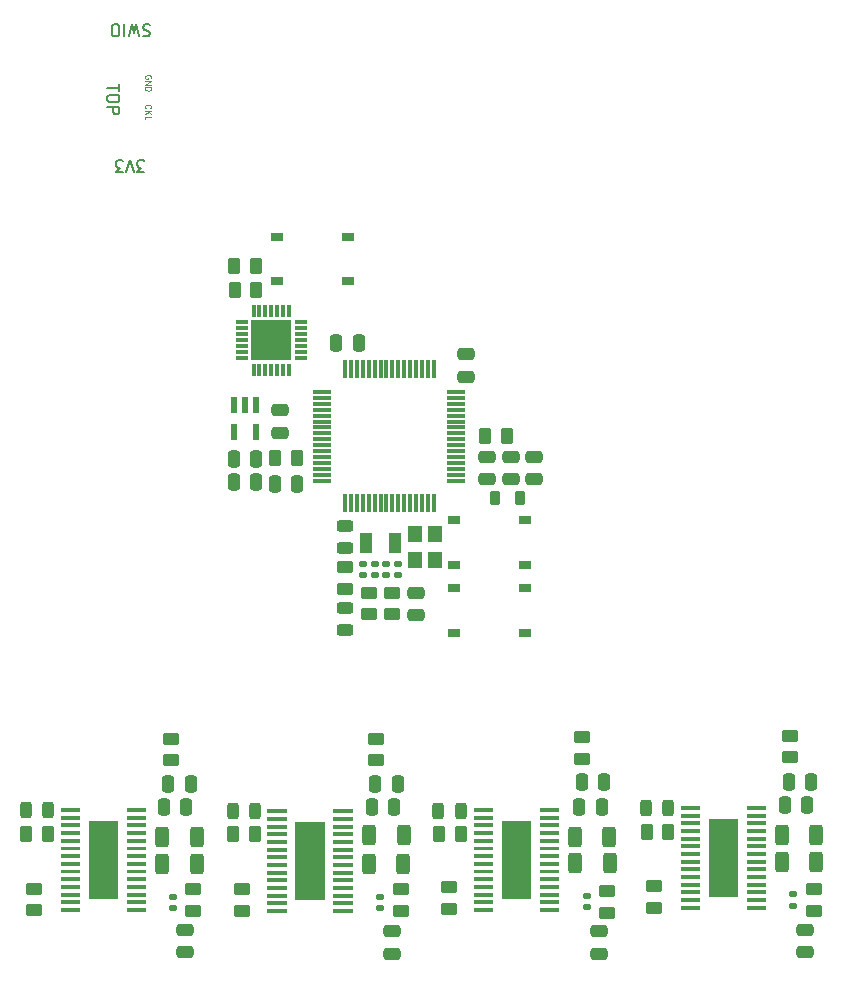
<source format=gbr>
%TF.GenerationSoftware,KiCad,Pcbnew,7.0.10*%
%TF.CreationDate,2024-01-19T17:56:23+01:00*%
%TF.ProjectId,Doodle Drive,446f6f64-6c65-4204-9472-6976652e6b69,1.0V*%
%TF.SameCoordinates,Original*%
%TF.FileFunction,Paste,Top*%
%TF.FilePolarity,Positive*%
%FSLAX46Y46*%
G04 Gerber Fmt 4.6, Leading zero omitted, Abs format (unit mm)*
G04 Created by KiCad (PCBNEW 7.0.10) date 2024-01-19 17:56:23*
%MOMM*%
%LPD*%
G01*
G04 APERTURE LIST*
G04 Aperture macros list*
%AMRoundRect*
0 Rectangle with rounded corners*
0 $1 Rounding radius*
0 $2 $3 $4 $5 $6 $7 $8 $9 X,Y pos of 4 corners*
0 Add a 4 corners polygon primitive as box body*
4,1,4,$2,$3,$4,$5,$6,$7,$8,$9,$2,$3,0*
0 Add four circle primitives for the rounded corners*
1,1,$1+$1,$2,$3*
1,1,$1+$1,$4,$5*
1,1,$1+$1,$6,$7*
1,1,$1+$1,$8,$9*
0 Add four rect primitives between the rounded corners*
20,1,$1+$1,$2,$3,$4,$5,0*
20,1,$1+$1,$4,$5,$6,$7,0*
20,1,$1+$1,$6,$7,$8,$9,0*
20,1,$1+$1,$8,$9,$2,$3,0*%
G04 Aperture macros list end*
%ADD10C,0.100000*%
%ADD11C,0.150000*%
%ADD12C,0.010000*%
%ADD13RoundRect,0.140000X-0.170000X0.140000X-0.170000X-0.140000X0.170000X-0.140000X0.170000X0.140000X0*%
%ADD14RoundRect,0.140000X0.170000X-0.140000X0.170000X0.140000X-0.170000X0.140000X-0.170000X-0.140000X0*%
%ADD15RoundRect,0.250000X-0.475000X0.250000X-0.475000X-0.250000X0.475000X-0.250000X0.475000X0.250000X0*%
%ADD16RoundRect,0.250000X0.475000X-0.250000X0.475000X0.250000X-0.475000X0.250000X-0.475000X-0.250000X0*%
%ADD17RoundRect,0.250000X-0.250000X-0.475000X0.250000X-0.475000X0.250000X0.475000X-0.250000X0.475000X0*%
%ADD18RoundRect,0.250000X0.250000X0.475000X-0.250000X0.475000X-0.250000X-0.475000X0.250000X-0.475000X0*%
%ADD19RoundRect,0.243750X0.243750X0.456250X-0.243750X0.456250X-0.243750X-0.456250X0.243750X-0.456250X0*%
%ADD20RoundRect,0.059000X0.236000X0.626000X-0.236000X0.626000X-0.236000X-0.626000X0.236000X-0.626000X0*%
%ADD21RoundRect,0.250000X0.450000X-0.262500X0.450000X0.262500X-0.450000X0.262500X-0.450000X-0.262500X0*%
%ADD22RoundRect,0.218750X0.218750X0.381250X-0.218750X0.381250X-0.218750X-0.381250X0.218750X-0.381250X0*%
%ADD23RoundRect,0.250000X0.312500X0.625000X-0.312500X0.625000X-0.312500X-0.625000X0.312500X-0.625000X0*%
%ADD24RoundRect,0.243750X-0.456250X0.243750X-0.456250X-0.243750X0.456250X-0.243750X0.456250X0.243750X0*%
%ADD25RoundRect,0.250000X-0.262500X-0.450000X0.262500X-0.450000X0.262500X0.450000X-0.262500X0.450000X0*%
%ADD26RoundRect,0.250000X-0.450000X0.262500X-0.450000X-0.262500X0.450000X-0.262500X0.450000X0.262500X0*%
%ADD27RoundRect,0.250000X0.262500X0.450000X-0.262500X0.450000X-0.262500X-0.450000X0.262500X-0.450000X0*%
%ADD28RoundRect,0.250000X-0.312500X-0.625000X0.312500X-0.625000X0.312500X0.625000X-0.312500X0.625000X0*%
%ADD29R,1.000000X1.800000*%
%ADD30R,1.000000X0.750000*%
%ADD31RoundRect,0.075000X0.700000X-0.075000X0.700000X0.075000X-0.700000X0.075000X-0.700000X-0.075000X0*%
%ADD32RoundRect,0.075000X0.075000X-0.700000X0.075000X0.700000X-0.075000X0.700000X-0.075000X-0.700000X0*%
%ADD33R,1.200000X1.400000*%
%ADD34R,3.400000X3.400000*%
%ADD35R,1.000000X0.300000*%
%ADD36R,0.300000X1.000000*%
G04 APERTURE END LIST*
D10*
X72114009Y-41720550D02*
X72090200Y-41696741D01*
X72090200Y-41696741D02*
X72066390Y-41625312D01*
X72066390Y-41625312D02*
X72066390Y-41577693D01*
X72066390Y-41577693D02*
X72090200Y-41506265D01*
X72090200Y-41506265D02*
X72137819Y-41458646D01*
X72137819Y-41458646D02*
X72185438Y-41434836D01*
X72185438Y-41434836D02*
X72280676Y-41411027D01*
X72280676Y-41411027D02*
X72352104Y-41411027D01*
X72352104Y-41411027D02*
X72447342Y-41434836D01*
X72447342Y-41434836D02*
X72494961Y-41458646D01*
X72494961Y-41458646D02*
X72542580Y-41506265D01*
X72542580Y-41506265D02*
X72566390Y-41577693D01*
X72566390Y-41577693D02*
X72566390Y-41625312D01*
X72566390Y-41625312D02*
X72542580Y-41696741D01*
X72542580Y-41696741D02*
X72518771Y-41720550D01*
X72066390Y-41934836D02*
X72566390Y-41934836D01*
X72066390Y-42220550D02*
X72352104Y-42006265D01*
X72566390Y-42220550D02*
X72280676Y-41934836D01*
X72066390Y-42672931D02*
X72066390Y-42434836D01*
X72066390Y-42434836D02*
X72566390Y-42434836D01*
X72542580Y-39196741D02*
X72566390Y-39149122D01*
X72566390Y-39149122D02*
X72566390Y-39077693D01*
X72566390Y-39077693D02*
X72542580Y-39006265D01*
X72542580Y-39006265D02*
X72494961Y-38958646D01*
X72494961Y-38958646D02*
X72447342Y-38934836D01*
X72447342Y-38934836D02*
X72352104Y-38911027D01*
X72352104Y-38911027D02*
X72280676Y-38911027D01*
X72280676Y-38911027D02*
X72185438Y-38934836D01*
X72185438Y-38934836D02*
X72137819Y-38958646D01*
X72137819Y-38958646D02*
X72090200Y-39006265D01*
X72090200Y-39006265D02*
X72066390Y-39077693D01*
X72066390Y-39077693D02*
X72066390Y-39125312D01*
X72066390Y-39125312D02*
X72090200Y-39196741D01*
X72090200Y-39196741D02*
X72114009Y-39220550D01*
X72114009Y-39220550D02*
X72280676Y-39220550D01*
X72280676Y-39220550D02*
X72280676Y-39125312D01*
X72066390Y-39434836D02*
X72566390Y-39434836D01*
X72566390Y-39434836D02*
X72066390Y-39720550D01*
X72066390Y-39720550D02*
X72566390Y-39720550D01*
X72066390Y-39958646D02*
X72566390Y-39958646D01*
X72566390Y-39958646D02*
X72566390Y-40077694D01*
X72566390Y-40077694D02*
X72542580Y-40149122D01*
X72542580Y-40149122D02*
X72494961Y-40196741D01*
X72494961Y-40196741D02*
X72447342Y-40220551D01*
X72447342Y-40220551D02*
X72352104Y-40244360D01*
X72352104Y-40244360D02*
X72280676Y-40244360D01*
X72280676Y-40244360D02*
X72185438Y-40220551D01*
X72185438Y-40220551D02*
X72137819Y-40196741D01*
X72137819Y-40196741D02*
X72090200Y-40149122D01*
X72090200Y-40149122D02*
X72066390Y-40077694D01*
X72066390Y-40077694D02*
X72066390Y-39958646D01*
D11*
X72008458Y-47130180D02*
X71389411Y-47130180D01*
X71389411Y-47130180D02*
X71722744Y-46749228D01*
X71722744Y-46749228D02*
X71579887Y-46749228D01*
X71579887Y-46749228D02*
X71484649Y-46701609D01*
X71484649Y-46701609D02*
X71437030Y-46653990D01*
X71437030Y-46653990D02*
X71389411Y-46558752D01*
X71389411Y-46558752D02*
X71389411Y-46320657D01*
X71389411Y-46320657D02*
X71437030Y-46225419D01*
X71437030Y-46225419D02*
X71484649Y-46177800D01*
X71484649Y-46177800D02*
X71579887Y-46130180D01*
X71579887Y-46130180D02*
X71865601Y-46130180D01*
X71865601Y-46130180D02*
X71960839Y-46177800D01*
X71960839Y-46177800D02*
X72008458Y-46225419D01*
X71103696Y-47130180D02*
X70770363Y-46130180D01*
X70770363Y-46130180D02*
X70437030Y-47130180D01*
X70198934Y-47130180D02*
X69579887Y-47130180D01*
X69579887Y-47130180D02*
X69913220Y-46749228D01*
X69913220Y-46749228D02*
X69770363Y-46749228D01*
X69770363Y-46749228D02*
X69675125Y-46701609D01*
X69675125Y-46701609D02*
X69627506Y-46653990D01*
X69627506Y-46653990D02*
X69579887Y-46558752D01*
X69579887Y-46558752D02*
X69579887Y-46320657D01*
X69579887Y-46320657D02*
X69627506Y-46225419D01*
X69627506Y-46225419D02*
X69675125Y-46177800D01*
X69675125Y-46177800D02*
X69770363Y-46130180D01*
X69770363Y-46130180D02*
X70056077Y-46130180D01*
X70056077Y-46130180D02*
X70151315Y-46177800D01*
X70151315Y-46177800D02*
X70198934Y-46225419D01*
X72460839Y-34677800D02*
X72317982Y-34630180D01*
X72317982Y-34630180D02*
X72079887Y-34630180D01*
X72079887Y-34630180D02*
X71984649Y-34677800D01*
X71984649Y-34677800D02*
X71937030Y-34725419D01*
X71937030Y-34725419D02*
X71889411Y-34820657D01*
X71889411Y-34820657D02*
X71889411Y-34915895D01*
X71889411Y-34915895D02*
X71937030Y-35011133D01*
X71937030Y-35011133D02*
X71984649Y-35058752D01*
X71984649Y-35058752D02*
X72079887Y-35106371D01*
X72079887Y-35106371D02*
X72270363Y-35153990D01*
X72270363Y-35153990D02*
X72365601Y-35201609D01*
X72365601Y-35201609D02*
X72413220Y-35249228D01*
X72413220Y-35249228D02*
X72460839Y-35344466D01*
X72460839Y-35344466D02*
X72460839Y-35439704D01*
X72460839Y-35439704D02*
X72413220Y-35534942D01*
X72413220Y-35534942D02*
X72365601Y-35582561D01*
X72365601Y-35582561D02*
X72270363Y-35630180D01*
X72270363Y-35630180D02*
X72032268Y-35630180D01*
X72032268Y-35630180D02*
X71889411Y-35582561D01*
X71556077Y-35630180D02*
X71317982Y-34630180D01*
X71317982Y-34630180D02*
X71127506Y-35344466D01*
X71127506Y-35344466D02*
X70937030Y-34630180D01*
X70937030Y-34630180D02*
X70698935Y-35630180D01*
X70317982Y-34630180D02*
X70317982Y-35630180D01*
X69651316Y-35630180D02*
X69460840Y-35630180D01*
X69460840Y-35630180D02*
X69365602Y-35582561D01*
X69365602Y-35582561D02*
X69270364Y-35487323D01*
X69270364Y-35487323D02*
X69222745Y-35296847D01*
X69222745Y-35296847D02*
X69222745Y-34963514D01*
X69222745Y-34963514D02*
X69270364Y-34773038D01*
X69270364Y-34773038D02*
X69365602Y-34677800D01*
X69365602Y-34677800D02*
X69460840Y-34630180D01*
X69460840Y-34630180D02*
X69651316Y-34630180D01*
X69651316Y-34630180D02*
X69746554Y-34677800D01*
X69746554Y-34677800D02*
X69841792Y-34773038D01*
X69841792Y-34773038D02*
X69889411Y-34963514D01*
X69889411Y-34963514D02*
X69889411Y-35296847D01*
X69889411Y-35296847D02*
X69841792Y-35487323D01*
X69841792Y-35487323D02*
X69746554Y-35582561D01*
X69746554Y-35582561D02*
X69651316Y-35630180D01*
X69870180Y-39703922D02*
X69870180Y-40275350D01*
X68870180Y-39989636D02*
X69870180Y-39989636D01*
X69870180Y-40799160D02*
X69870180Y-40989636D01*
X69870180Y-40989636D02*
X69822561Y-41084874D01*
X69822561Y-41084874D02*
X69727323Y-41180112D01*
X69727323Y-41180112D02*
X69536847Y-41227731D01*
X69536847Y-41227731D02*
X69203514Y-41227731D01*
X69203514Y-41227731D02*
X69013038Y-41180112D01*
X69013038Y-41180112D02*
X68917800Y-41084874D01*
X68917800Y-41084874D02*
X68870180Y-40989636D01*
X68870180Y-40989636D02*
X68870180Y-40799160D01*
X68870180Y-40799160D02*
X68917800Y-40703922D01*
X68917800Y-40703922D02*
X69013038Y-40608684D01*
X69013038Y-40608684D02*
X69203514Y-40561065D01*
X69203514Y-40561065D02*
X69536847Y-40561065D01*
X69536847Y-40561065D02*
X69727323Y-40608684D01*
X69727323Y-40608684D02*
X69822561Y-40703922D01*
X69822561Y-40703922D02*
X69870180Y-40799160D01*
X68870180Y-41656303D02*
X69870180Y-41656303D01*
X69870180Y-41656303D02*
X69870180Y-42037255D01*
X69870180Y-42037255D02*
X69822561Y-42132493D01*
X69822561Y-42132493D02*
X69774942Y-42180112D01*
X69774942Y-42180112D02*
X69679704Y-42227731D01*
X69679704Y-42227731D02*
X69536847Y-42227731D01*
X69536847Y-42227731D02*
X69441609Y-42180112D01*
X69441609Y-42180112D02*
X69393990Y-42132493D01*
X69393990Y-42132493D02*
X69346371Y-42037255D01*
X69346371Y-42037255D02*
X69346371Y-41656303D01*
%TO.C,U2*%
D12*
X118962500Y-101050000D02*
X117412500Y-101050000D01*
X117412500Y-100800000D01*
X118962500Y-100800000D01*
X118962500Y-101050000D01*
G36*
X118962500Y-101050000D02*
G01*
X117412500Y-101050000D01*
X117412500Y-100800000D01*
X118962500Y-100800000D01*
X118962500Y-101050000D01*
G37*
X118962500Y-101700000D02*
X117412500Y-101700000D01*
X117412500Y-101450000D01*
X118962500Y-101450000D01*
X118962500Y-101700000D01*
G36*
X118962500Y-101700000D02*
G01*
X117412500Y-101700000D01*
X117412500Y-101450000D01*
X118962500Y-101450000D01*
X118962500Y-101700000D01*
G37*
X118962500Y-102350000D02*
X117412500Y-102350000D01*
X117412500Y-102100000D01*
X118962500Y-102100000D01*
X118962500Y-102350000D01*
G36*
X118962500Y-102350000D02*
G01*
X117412500Y-102350000D01*
X117412500Y-102100000D01*
X118962500Y-102100000D01*
X118962500Y-102350000D01*
G37*
X118962500Y-103000000D02*
X117412500Y-103000000D01*
X117412500Y-102750000D01*
X118962500Y-102750000D01*
X118962500Y-103000000D01*
G36*
X118962500Y-103000000D02*
G01*
X117412500Y-103000000D01*
X117412500Y-102750000D01*
X118962500Y-102750000D01*
X118962500Y-103000000D01*
G37*
X118962500Y-103650000D02*
X117412500Y-103650000D01*
X117412500Y-103400000D01*
X118962500Y-103400000D01*
X118962500Y-103650000D01*
G36*
X118962500Y-103650000D02*
G01*
X117412500Y-103650000D01*
X117412500Y-103400000D01*
X118962500Y-103400000D01*
X118962500Y-103650000D01*
G37*
X118962500Y-104300000D02*
X117412500Y-104300000D01*
X117412500Y-104050000D01*
X118962500Y-104050000D01*
X118962500Y-104300000D01*
G36*
X118962500Y-104300000D02*
G01*
X117412500Y-104300000D01*
X117412500Y-104050000D01*
X118962500Y-104050000D01*
X118962500Y-104300000D01*
G37*
X118962500Y-104950000D02*
X117412500Y-104950000D01*
X117412500Y-104700000D01*
X118962500Y-104700000D01*
X118962500Y-104950000D01*
G36*
X118962500Y-104950000D02*
G01*
X117412500Y-104950000D01*
X117412500Y-104700000D01*
X118962500Y-104700000D01*
X118962500Y-104950000D01*
G37*
X118962500Y-105600000D02*
X117412500Y-105600000D01*
X117412500Y-105350000D01*
X118962500Y-105350000D01*
X118962500Y-105600000D01*
G36*
X118962500Y-105600000D02*
G01*
X117412500Y-105600000D01*
X117412500Y-105350000D01*
X118962500Y-105350000D01*
X118962500Y-105600000D01*
G37*
X118962500Y-106250000D02*
X117412500Y-106250000D01*
X117412500Y-106000000D01*
X118962500Y-106000000D01*
X118962500Y-106250000D01*
G36*
X118962500Y-106250000D02*
G01*
X117412500Y-106250000D01*
X117412500Y-106000000D01*
X118962500Y-106000000D01*
X118962500Y-106250000D01*
G37*
X118962500Y-106900000D02*
X117412500Y-106900000D01*
X117412500Y-106650000D01*
X118962500Y-106650000D01*
X118962500Y-106900000D01*
G36*
X118962500Y-106900000D02*
G01*
X117412500Y-106900000D01*
X117412500Y-106650000D01*
X118962500Y-106650000D01*
X118962500Y-106900000D01*
G37*
X118962500Y-107550000D02*
X117412500Y-107550000D01*
X117412500Y-107300000D01*
X118962500Y-107300000D01*
X118962500Y-107550000D01*
G36*
X118962500Y-107550000D02*
G01*
X117412500Y-107550000D01*
X117412500Y-107300000D01*
X118962500Y-107300000D01*
X118962500Y-107550000D01*
G37*
X118962500Y-108200000D02*
X117412500Y-108200000D01*
X117412500Y-107950000D01*
X118962500Y-107950000D01*
X118962500Y-108200000D01*
G36*
X118962500Y-108200000D02*
G01*
X117412500Y-108200000D01*
X117412500Y-107950000D01*
X118962500Y-107950000D01*
X118962500Y-108200000D01*
G37*
X118962500Y-108850000D02*
X117412500Y-108850000D01*
X117412500Y-108600000D01*
X118962500Y-108600000D01*
X118962500Y-108850000D01*
G36*
X118962500Y-108850000D02*
G01*
X117412500Y-108850000D01*
X117412500Y-108600000D01*
X118962500Y-108600000D01*
X118962500Y-108850000D01*
G37*
X118962500Y-109500000D02*
X117412500Y-109500000D01*
X117412500Y-109250000D01*
X118962500Y-109250000D01*
X118962500Y-109500000D01*
G36*
X118962500Y-109500000D02*
G01*
X117412500Y-109500000D01*
X117412500Y-109250000D01*
X118962500Y-109250000D01*
X118962500Y-109500000D01*
G37*
X122187500Y-108380000D02*
X119787500Y-108380000D01*
X119787500Y-101920000D01*
X122187500Y-101920000D01*
X122187500Y-108380000D01*
G36*
X122187500Y-108380000D02*
G01*
X119787500Y-108380000D01*
X119787500Y-101920000D01*
X122187500Y-101920000D01*
X122187500Y-108380000D01*
G37*
X124562500Y-101050000D02*
X123012500Y-101050000D01*
X123012500Y-100800000D01*
X124562500Y-100800000D01*
X124562500Y-101050000D01*
G36*
X124562500Y-101050000D02*
G01*
X123012500Y-101050000D01*
X123012500Y-100800000D01*
X124562500Y-100800000D01*
X124562500Y-101050000D01*
G37*
X124562500Y-101700000D02*
X123012500Y-101700000D01*
X123012500Y-101450000D01*
X124562500Y-101450000D01*
X124562500Y-101700000D01*
G36*
X124562500Y-101700000D02*
G01*
X123012500Y-101700000D01*
X123012500Y-101450000D01*
X124562500Y-101450000D01*
X124562500Y-101700000D01*
G37*
X124562500Y-102350000D02*
X123012500Y-102350000D01*
X123012500Y-102100000D01*
X124562500Y-102100000D01*
X124562500Y-102350000D01*
G36*
X124562500Y-102350000D02*
G01*
X123012500Y-102350000D01*
X123012500Y-102100000D01*
X124562500Y-102100000D01*
X124562500Y-102350000D01*
G37*
X124562500Y-103000000D02*
X123012500Y-103000000D01*
X123012500Y-102750000D01*
X124562500Y-102750000D01*
X124562500Y-103000000D01*
G36*
X124562500Y-103000000D02*
G01*
X123012500Y-103000000D01*
X123012500Y-102750000D01*
X124562500Y-102750000D01*
X124562500Y-103000000D01*
G37*
X124562500Y-103650000D02*
X123012500Y-103650000D01*
X123012500Y-103400000D01*
X124562500Y-103400000D01*
X124562500Y-103650000D01*
G36*
X124562500Y-103650000D02*
G01*
X123012500Y-103650000D01*
X123012500Y-103400000D01*
X124562500Y-103400000D01*
X124562500Y-103650000D01*
G37*
X124562500Y-104300000D02*
X123012500Y-104300000D01*
X123012500Y-104050000D01*
X124562500Y-104050000D01*
X124562500Y-104300000D01*
G36*
X124562500Y-104300000D02*
G01*
X123012500Y-104300000D01*
X123012500Y-104050000D01*
X124562500Y-104050000D01*
X124562500Y-104300000D01*
G37*
X124562500Y-104950000D02*
X123012500Y-104950000D01*
X123012500Y-104700000D01*
X124562500Y-104700000D01*
X124562500Y-104950000D01*
G36*
X124562500Y-104950000D02*
G01*
X123012500Y-104950000D01*
X123012500Y-104700000D01*
X124562500Y-104700000D01*
X124562500Y-104950000D01*
G37*
X124562500Y-105600000D02*
X123012500Y-105600000D01*
X123012500Y-105350000D01*
X124562500Y-105350000D01*
X124562500Y-105600000D01*
G36*
X124562500Y-105600000D02*
G01*
X123012500Y-105600000D01*
X123012500Y-105350000D01*
X124562500Y-105350000D01*
X124562500Y-105600000D01*
G37*
X124562500Y-106250000D02*
X123012500Y-106250000D01*
X123012500Y-106000000D01*
X124562500Y-106000000D01*
X124562500Y-106250000D01*
G36*
X124562500Y-106250000D02*
G01*
X123012500Y-106250000D01*
X123012500Y-106000000D01*
X124562500Y-106000000D01*
X124562500Y-106250000D01*
G37*
X124562500Y-106900000D02*
X123012500Y-106900000D01*
X123012500Y-106650000D01*
X124562500Y-106650000D01*
X124562500Y-106900000D01*
G36*
X124562500Y-106900000D02*
G01*
X123012500Y-106900000D01*
X123012500Y-106650000D01*
X124562500Y-106650000D01*
X124562500Y-106900000D01*
G37*
X124562500Y-107550000D02*
X123012500Y-107550000D01*
X123012500Y-107300000D01*
X124562500Y-107300000D01*
X124562500Y-107550000D01*
G36*
X124562500Y-107550000D02*
G01*
X123012500Y-107550000D01*
X123012500Y-107300000D01*
X124562500Y-107300000D01*
X124562500Y-107550000D01*
G37*
X124562500Y-108200000D02*
X123012500Y-108200000D01*
X123012500Y-107950000D01*
X124562500Y-107950000D01*
X124562500Y-108200000D01*
G36*
X124562500Y-108200000D02*
G01*
X123012500Y-108200000D01*
X123012500Y-107950000D01*
X124562500Y-107950000D01*
X124562500Y-108200000D01*
G37*
X124562500Y-108850000D02*
X123012500Y-108850000D01*
X123012500Y-108600000D01*
X124562500Y-108600000D01*
X124562500Y-108850000D01*
G36*
X124562500Y-108850000D02*
G01*
X123012500Y-108850000D01*
X123012500Y-108600000D01*
X124562500Y-108600000D01*
X124562500Y-108850000D01*
G37*
X124562500Y-109500000D02*
X123012500Y-109500000D01*
X123012500Y-109250000D01*
X124562500Y-109250000D01*
X124562500Y-109500000D01*
G36*
X124562500Y-109500000D02*
G01*
X123012500Y-109500000D01*
X123012500Y-109250000D01*
X124562500Y-109250000D01*
X124562500Y-109500000D01*
G37*
%TO.C,U3*%
X101442500Y-101230000D02*
X99892500Y-101230000D01*
X99892500Y-100980000D01*
X101442500Y-100980000D01*
X101442500Y-101230000D01*
G36*
X101442500Y-101230000D02*
G01*
X99892500Y-101230000D01*
X99892500Y-100980000D01*
X101442500Y-100980000D01*
X101442500Y-101230000D01*
G37*
X101442500Y-101880000D02*
X99892500Y-101880000D01*
X99892500Y-101630000D01*
X101442500Y-101630000D01*
X101442500Y-101880000D01*
G36*
X101442500Y-101880000D02*
G01*
X99892500Y-101880000D01*
X99892500Y-101630000D01*
X101442500Y-101630000D01*
X101442500Y-101880000D01*
G37*
X101442500Y-102530000D02*
X99892500Y-102530000D01*
X99892500Y-102280000D01*
X101442500Y-102280000D01*
X101442500Y-102530000D01*
G36*
X101442500Y-102530000D02*
G01*
X99892500Y-102530000D01*
X99892500Y-102280000D01*
X101442500Y-102280000D01*
X101442500Y-102530000D01*
G37*
X101442500Y-103180000D02*
X99892500Y-103180000D01*
X99892500Y-102930000D01*
X101442500Y-102930000D01*
X101442500Y-103180000D01*
G36*
X101442500Y-103180000D02*
G01*
X99892500Y-103180000D01*
X99892500Y-102930000D01*
X101442500Y-102930000D01*
X101442500Y-103180000D01*
G37*
X101442500Y-103830000D02*
X99892500Y-103830000D01*
X99892500Y-103580000D01*
X101442500Y-103580000D01*
X101442500Y-103830000D01*
G36*
X101442500Y-103830000D02*
G01*
X99892500Y-103830000D01*
X99892500Y-103580000D01*
X101442500Y-103580000D01*
X101442500Y-103830000D01*
G37*
X101442500Y-104480000D02*
X99892500Y-104480000D01*
X99892500Y-104230000D01*
X101442500Y-104230000D01*
X101442500Y-104480000D01*
G36*
X101442500Y-104480000D02*
G01*
X99892500Y-104480000D01*
X99892500Y-104230000D01*
X101442500Y-104230000D01*
X101442500Y-104480000D01*
G37*
X101442500Y-105130000D02*
X99892500Y-105130000D01*
X99892500Y-104880000D01*
X101442500Y-104880000D01*
X101442500Y-105130000D01*
G36*
X101442500Y-105130000D02*
G01*
X99892500Y-105130000D01*
X99892500Y-104880000D01*
X101442500Y-104880000D01*
X101442500Y-105130000D01*
G37*
X101442500Y-105780000D02*
X99892500Y-105780000D01*
X99892500Y-105530000D01*
X101442500Y-105530000D01*
X101442500Y-105780000D01*
G36*
X101442500Y-105780000D02*
G01*
X99892500Y-105780000D01*
X99892500Y-105530000D01*
X101442500Y-105530000D01*
X101442500Y-105780000D01*
G37*
X101442500Y-106430000D02*
X99892500Y-106430000D01*
X99892500Y-106180000D01*
X101442500Y-106180000D01*
X101442500Y-106430000D01*
G36*
X101442500Y-106430000D02*
G01*
X99892500Y-106430000D01*
X99892500Y-106180000D01*
X101442500Y-106180000D01*
X101442500Y-106430000D01*
G37*
X101442500Y-107080000D02*
X99892500Y-107080000D01*
X99892500Y-106830000D01*
X101442500Y-106830000D01*
X101442500Y-107080000D01*
G36*
X101442500Y-107080000D02*
G01*
X99892500Y-107080000D01*
X99892500Y-106830000D01*
X101442500Y-106830000D01*
X101442500Y-107080000D01*
G37*
X101442500Y-107730000D02*
X99892500Y-107730000D01*
X99892500Y-107480000D01*
X101442500Y-107480000D01*
X101442500Y-107730000D01*
G36*
X101442500Y-107730000D02*
G01*
X99892500Y-107730000D01*
X99892500Y-107480000D01*
X101442500Y-107480000D01*
X101442500Y-107730000D01*
G37*
X101442500Y-108380000D02*
X99892500Y-108380000D01*
X99892500Y-108130000D01*
X101442500Y-108130000D01*
X101442500Y-108380000D01*
G36*
X101442500Y-108380000D02*
G01*
X99892500Y-108380000D01*
X99892500Y-108130000D01*
X101442500Y-108130000D01*
X101442500Y-108380000D01*
G37*
X101442500Y-109030000D02*
X99892500Y-109030000D01*
X99892500Y-108780000D01*
X101442500Y-108780000D01*
X101442500Y-109030000D01*
G36*
X101442500Y-109030000D02*
G01*
X99892500Y-109030000D01*
X99892500Y-108780000D01*
X101442500Y-108780000D01*
X101442500Y-109030000D01*
G37*
X101442500Y-109680000D02*
X99892500Y-109680000D01*
X99892500Y-109430000D01*
X101442500Y-109430000D01*
X101442500Y-109680000D01*
G36*
X101442500Y-109680000D02*
G01*
X99892500Y-109680000D01*
X99892500Y-109430000D01*
X101442500Y-109430000D01*
X101442500Y-109680000D01*
G37*
X104667500Y-108560000D02*
X102267500Y-108560000D01*
X102267500Y-102100000D01*
X104667500Y-102100000D01*
X104667500Y-108560000D01*
G36*
X104667500Y-108560000D02*
G01*
X102267500Y-108560000D01*
X102267500Y-102100000D01*
X104667500Y-102100000D01*
X104667500Y-108560000D01*
G37*
X107042500Y-101230000D02*
X105492500Y-101230000D01*
X105492500Y-100980000D01*
X107042500Y-100980000D01*
X107042500Y-101230000D01*
G36*
X107042500Y-101230000D02*
G01*
X105492500Y-101230000D01*
X105492500Y-100980000D01*
X107042500Y-100980000D01*
X107042500Y-101230000D01*
G37*
X107042500Y-101880000D02*
X105492500Y-101880000D01*
X105492500Y-101630000D01*
X107042500Y-101630000D01*
X107042500Y-101880000D01*
G36*
X107042500Y-101880000D02*
G01*
X105492500Y-101880000D01*
X105492500Y-101630000D01*
X107042500Y-101630000D01*
X107042500Y-101880000D01*
G37*
X107042500Y-102530000D02*
X105492500Y-102530000D01*
X105492500Y-102280000D01*
X107042500Y-102280000D01*
X107042500Y-102530000D01*
G36*
X107042500Y-102530000D02*
G01*
X105492500Y-102530000D01*
X105492500Y-102280000D01*
X107042500Y-102280000D01*
X107042500Y-102530000D01*
G37*
X107042500Y-103180000D02*
X105492500Y-103180000D01*
X105492500Y-102930000D01*
X107042500Y-102930000D01*
X107042500Y-103180000D01*
G36*
X107042500Y-103180000D02*
G01*
X105492500Y-103180000D01*
X105492500Y-102930000D01*
X107042500Y-102930000D01*
X107042500Y-103180000D01*
G37*
X107042500Y-103830000D02*
X105492500Y-103830000D01*
X105492500Y-103580000D01*
X107042500Y-103580000D01*
X107042500Y-103830000D01*
G36*
X107042500Y-103830000D02*
G01*
X105492500Y-103830000D01*
X105492500Y-103580000D01*
X107042500Y-103580000D01*
X107042500Y-103830000D01*
G37*
X107042500Y-104480000D02*
X105492500Y-104480000D01*
X105492500Y-104230000D01*
X107042500Y-104230000D01*
X107042500Y-104480000D01*
G36*
X107042500Y-104480000D02*
G01*
X105492500Y-104480000D01*
X105492500Y-104230000D01*
X107042500Y-104230000D01*
X107042500Y-104480000D01*
G37*
X107042500Y-105130000D02*
X105492500Y-105130000D01*
X105492500Y-104880000D01*
X107042500Y-104880000D01*
X107042500Y-105130000D01*
G36*
X107042500Y-105130000D02*
G01*
X105492500Y-105130000D01*
X105492500Y-104880000D01*
X107042500Y-104880000D01*
X107042500Y-105130000D01*
G37*
X107042500Y-105780000D02*
X105492500Y-105780000D01*
X105492500Y-105530000D01*
X107042500Y-105530000D01*
X107042500Y-105780000D01*
G36*
X107042500Y-105780000D02*
G01*
X105492500Y-105780000D01*
X105492500Y-105530000D01*
X107042500Y-105530000D01*
X107042500Y-105780000D01*
G37*
X107042500Y-106430000D02*
X105492500Y-106430000D01*
X105492500Y-106180000D01*
X107042500Y-106180000D01*
X107042500Y-106430000D01*
G36*
X107042500Y-106430000D02*
G01*
X105492500Y-106430000D01*
X105492500Y-106180000D01*
X107042500Y-106180000D01*
X107042500Y-106430000D01*
G37*
X107042500Y-107080000D02*
X105492500Y-107080000D01*
X105492500Y-106830000D01*
X107042500Y-106830000D01*
X107042500Y-107080000D01*
G36*
X107042500Y-107080000D02*
G01*
X105492500Y-107080000D01*
X105492500Y-106830000D01*
X107042500Y-106830000D01*
X107042500Y-107080000D01*
G37*
X107042500Y-107730000D02*
X105492500Y-107730000D01*
X105492500Y-107480000D01*
X107042500Y-107480000D01*
X107042500Y-107730000D01*
G36*
X107042500Y-107730000D02*
G01*
X105492500Y-107730000D01*
X105492500Y-107480000D01*
X107042500Y-107480000D01*
X107042500Y-107730000D01*
G37*
X107042500Y-108380000D02*
X105492500Y-108380000D01*
X105492500Y-108130000D01*
X107042500Y-108130000D01*
X107042500Y-108380000D01*
G36*
X107042500Y-108380000D02*
G01*
X105492500Y-108380000D01*
X105492500Y-108130000D01*
X107042500Y-108130000D01*
X107042500Y-108380000D01*
G37*
X107042500Y-109030000D02*
X105492500Y-109030000D01*
X105492500Y-108780000D01*
X107042500Y-108780000D01*
X107042500Y-109030000D01*
G36*
X107042500Y-109030000D02*
G01*
X105492500Y-109030000D01*
X105492500Y-108780000D01*
X107042500Y-108780000D01*
X107042500Y-109030000D01*
G37*
X107042500Y-109680000D02*
X105492500Y-109680000D01*
X105492500Y-109430000D01*
X107042500Y-109430000D01*
X107042500Y-109680000D01*
G36*
X107042500Y-109680000D02*
G01*
X105492500Y-109680000D01*
X105492500Y-109430000D01*
X107042500Y-109430000D01*
X107042500Y-109680000D01*
G37*
%TO.C,U5*%
X66465000Y-101230000D02*
X64915000Y-101230000D01*
X64915000Y-100980000D01*
X66465000Y-100980000D01*
X66465000Y-101230000D01*
G36*
X66465000Y-101230000D02*
G01*
X64915000Y-101230000D01*
X64915000Y-100980000D01*
X66465000Y-100980000D01*
X66465000Y-101230000D01*
G37*
X66465000Y-101880000D02*
X64915000Y-101880000D01*
X64915000Y-101630000D01*
X66465000Y-101630000D01*
X66465000Y-101880000D01*
G36*
X66465000Y-101880000D02*
G01*
X64915000Y-101880000D01*
X64915000Y-101630000D01*
X66465000Y-101630000D01*
X66465000Y-101880000D01*
G37*
X66465000Y-102530000D02*
X64915000Y-102530000D01*
X64915000Y-102280000D01*
X66465000Y-102280000D01*
X66465000Y-102530000D01*
G36*
X66465000Y-102530000D02*
G01*
X64915000Y-102530000D01*
X64915000Y-102280000D01*
X66465000Y-102280000D01*
X66465000Y-102530000D01*
G37*
X66465000Y-103180000D02*
X64915000Y-103180000D01*
X64915000Y-102930000D01*
X66465000Y-102930000D01*
X66465000Y-103180000D01*
G36*
X66465000Y-103180000D02*
G01*
X64915000Y-103180000D01*
X64915000Y-102930000D01*
X66465000Y-102930000D01*
X66465000Y-103180000D01*
G37*
X66465000Y-103830000D02*
X64915000Y-103830000D01*
X64915000Y-103580000D01*
X66465000Y-103580000D01*
X66465000Y-103830000D01*
G36*
X66465000Y-103830000D02*
G01*
X64915000Y-103830000D01*
X64915000Y-103580000D01*
X66465000Y-103580000D01*
X66465000Y-103830000D01*
G37*
X66465000Y-104480000D02*
X64915000Y-104480000D01*
X64915000Y-104230000D01*
X66465000Y-104230000D01*
X66465000Y-104480000D01*
G36*
X66465000Y-104480000D02*
G01*
X64915000Y-104480000D01*
X64915000Y-104230000D01*
X66465000Y-104230000D01*
X66465000Y-104480000D01*
G37*
X66465000Y-105130000D02*
X64915000Y-105130000D01*
X64915000Y-104880000D01*
X66465000Y-104880000D01*
X66465000Y-105130000D01*
G36*
X66465000Y-105130000D02*
G01*
X64915000Y-105130000D01*
X64915000Y-104880000D01*
X66465000Y-104880000D01*
X66465000Y-105130000D01*
G37*
X66465000Y-105780000D02*
X64915000Y-105780000D01*
X64915000Y-105530000D01*
X66465000Y-105530000D01*
X66465000Y-105780000D01*
G36*
X66465000Y-105780000D02*
G01*
X64915000Y-105780000D01*
X64915000Y-105530000D01*
X66465000Y-105530000D01*
X66465000Y-105780000D01*
G37*
X66465000Y-106430000D02*
X64915000Y-106430000D01*
X64915000Y-106180000D01*
X66465000Y-106180000D01*
X66465000Y-106430000D01*
G36*
X66465000Y-106430000D02*
G01*
X64915000Y-106430000D01*
X64915000Y-106180000D01*
X66465000Y-106180000D01*
X66465000Y-106430000D01*
G37*
X66465000Y-107080000D02*
X64915000Y-107080000D01*
X64915000Y-106830000D01*
X66465000Y-106830000D01*
X66465000Y-107080000D01*
G36*
X66465000Y-107080000D02*
G01*
X64915000Y-107080000D01*
X64915000Y-106830000D01*
X66465000Y-106830000D01*
X66465000Y-107080000D01*
G37*
X66465000Y-107730000D02*
X64915000Y-107730000D01*
X64915000Y-107480000D01*
X66465000Y-107480000D01*
X66465000Y-107730000D01*
G36*
X66465000Y-107730000D02*
G01*
X64915000Y-107730000D01*
X64915000Y-107480000D01*
X66465000Y-107480000D01*
X66465000Y-107730000D01*
G37*
X66465000Y-108380000D02*
X64915000Y-108380000D01*
X64915000Y-108130000D01*
X66465000Y-108130000D01*
X66465000Y-108380000D01*
G36*
X66465000Y-108380000D02*
G01*
X64915000Y-108380000D01*
X64915000Y-108130000D01*
X66465000Y-108130000D01*
X66465000Y-108380000D01*
G37*
X66465000Y-109030000D02*
X64915000Y-109030000D01*
X64915000Y-108780000D01*
X66465000Y-108780000D01*
X66465000Y-109030000D01*
G36*
X66465000Y-109030000D02*
G01*
X64915000Y-109030000D01*
X64915000Y-108780000D01*
X66465000Y-108780000D01*
X66465000Y-109030000D01*
G37*
X66465000Y-109680000D02*
X64915000Y-109680000D01*
X64915000Y-109430000D01*
X66465000Y-109430000D01*
X66465000Y-109680000D01*
G36*
X66465000Y-109680000D02*
G01*
X64915000Y-109680000D01*
X64915000Y-109430000D01*
X66465000Y-109430000D01*
X66465000Y-109680000D01*
G37*
X69690000Y-108560000D02*
X67290000Y-108560000D01*
X67290000Y-102100000D01*
X69690000Y-102100000D01*
X69690000Y-108560000D01*
G36*
X69690000Y-108560000D02*
G01*
X67290000Y-108560000D01*
X67290000Y-102100000D01*
X69690000Y-102100000D01*
X69690000Y-108560000D01*
G37*
X72065000Y-101230000D02*
X70515000Y-101230000D01*
X70515000Y-100980000D01*
X72065000Y-100980000D01*
X72065000Y-101230000D01*
G36*
X72065000Y-101230000D02*
G01*
X70515000Y-101230000D01*
X70515000Y-100980000D01*
X72065000Y-100980000D01*
X72065000Y-101230000D01*
G37*
X72065000Y-101880000D02*
X70515000Y-101880000D01*
X70515000Y-101630000D01*
X72065000Y-101630000D01*
X72065000Y-101880000D01*
G36*
X72065000Y-101880000D02*
G01*
X70515000Y-101880000D01*
X70515000Y-101630000D01*
X72065000Y-101630000D01*
X72065000Y-101880000D01*
G37*
X72065000Y-102530000D02*
X70515000Y-102530000D01*
X70515000Y-102280000D01*
X72065000Y-102280000D01*
X72065000Y-102530000D01*
G36*
X72065000Y-102530000D02*
G01*
X70515000Y-102530000D01*
X70515000Y-102280000D01*
X72065000Y-102280000D01*
X72065000Y-102530000D01*
G37*
X72065000Y-103180000D02*
X70515000Y-103180000D01*
X70515000Y-102930000D01*
X72065000Y-102930000D01*
X72065000Y-103180000D01*
G36*
X72065000Y-103180000D02*
G01*
X70515000Y-103180000D01*
X70515000Y-102930000D01*
X72065000Y-102930000D01*
X72065000Y-103180000D01*
G37*
X72065000Y-103830000D02*
X70515000Y-103830000D01*
X70515000Y-103580000D01*
X72065000Y-103580000D01*
X72065000Y-103830000D01*
G36*
X72065000Y-103830000D02*
G01*
X70515000Y-103830000D01*
X70515000Y-103580000D01*
X72065000Y-103580000D01*
X72065000Y-103830000D01*
G37*
X72065000Y-104480000D02*
X70515000Y-104480000D01*
X70515000Y-104230000D01*
X72065000Y-104230000D01*
X72065000Y-104480000D01*
G36*
X72065000Y-104480000D02*
G01*
X70515000Y-104480000D01*
X70515000Y-104230000D01*
X72065000Y-104230000D01*
X72065000Y-104480000D01*
G37*
X72065000Y-105130000D02*
X70515000Y-105130000D01*
X70515000Y-104880000D01*
X72065000Y-104880000D01*
X72065000Y-105130000D01*
G36*
X72065000Y-105130000D02*
G01*
X70515000Y-105130000D01*
X70515000Y-104880000D01*
X72065000Y-104880000D01*
X72065000Y-105130000D01*
G37*
X72065000Y-105780000D02*
X70515000Y-105780000D01*
X70515000Y-105530000D01*
X72065000Y-105530000D01*
X72065000Y-105780000D01*
G36*
X72065000Y-105780000D02*
G01*
X70515000Y-105780000D01*
X70515000Y-105530000D01*
X72065000Y-105530000D01*
X72065000Y-105780000D01*
G37*
X72065000Y-106430000D02*
X70515000Y-106430000D01*
X70515000Y-106180000D01*
X72065000Y-106180000D01*
X72065000Y-106430000D01*
G36*
X72065000Y-106430000D02*
G01*
X70515000Y-106430000D01*
X70515000Y-106180000D01*
X72065000Y-106180000D01*
X72065000Y-106430000D01*
G37*
X72065000Y-107080000D02*
X70515000Y-107080000D01*
X70515000Y-106830000D01*
X72065000Y-106830000D01*
X72065000Y-107080000D01*
G36*
X72065000Y-107080000D02*
G01*
X70515000Y-107080000D01*
X70515000Y-106830000D01*
X72065000Y-106830000D01*
X72065000Y-107080000D01*
G37*
X72065000Y-107730000D02*
X70515000Y-107730000D01*
X70515000Y-107480000D01*
X72065000Y-107480000D01*
X72065000Y-107730000D01*
G36*
X72065000Y-107730000D02*
G01*
X70515000Y-107730000D01*
X70515000Y-107480000D01*
X72065000Y-107480000D01*
X72065000Y-107730000D01*
G37*
X72065000Y-108380000D02*
X70515000Y-108380000D01*
X70515000Y-108130000D01*
X72065000Y-108130000D01*
X72065000Y-108380000D01*
G36*
X72065000Y-108380000D02*
G01*
X70515000Y-108380000D01*
X70515000Y-108130000D01*
X72065000Y-108130000D01*
X72065000Y-108380000D01*
G37*
X72065000Y-109030000D02*
X70515000Y-109030000D01*
X70515000Y-108780000D01*
X72065000Y-108780000D01*
X72065000Y-109030000D01*
G36*
X72065000Y-109030000D02*
G01*
X70515000Y-109030000D01*
X70515000Y-108780000D01*
X72065000Y-108780000D01*
X72065000Y-109030000D01*
G37*
X72065000Y-109680000D02*
X70515000Y-109680000D01*
X70515000Y-109430000D01*
X72065000Y-109430000D01*
X72065000Y-109680000D01*
G36*
X72065000Y-109680000D02*
G01*
X70515000Y-109680000D01*
X70515000Y-109430000D01*
X72065000Y-109430000D01*
X72065000Y-109680000D01*
G37*
%TO.C,U4*%
X83962500Y-101325000D02*
X82412500Y-101325000D01*
X82412500Y-101075000D01*
X83962500Y-101075000D01*
X83962500Y-101325000D01*
G36*
X83962500Y-101325000D02*
G01*
X82412500Y-101325000D01*
X82412500Y-101075000D01*
X83962500Y-101075000D01*
X83962500Y-101325000D01*
G37*
X83962500Y-101975000D02*
X82412500Y-101975000D01*
X82412500Y-101725000D01*
X83962500Y-101725000D01*
X83962500Y-101975000D01*
G36*
X83962500Y-101975000D02*
G01*
X82412500Y-101975000D01*
X82412500Y-101725000D01*
X83962500Y-101725000D01*
X83962500Y-101975000D01*
G37*
X83962500Y-102625000D02*
X82412500Y-102625000D01*
X82412500Y-102375000D01*
X83962500Y-102375000D01*
X83962500Y-102625000D01*
G36*
X83962500Y-102625000D02*
G01*
X82412500Y-102625000D01*
X82412500Y-102375000D01*
X83962500Y-102375000D01*
X83962500Y-102625000D01*
G37*
X83962500Y-103275000D02*
X82412500Y-103275000D01*
X82412500Y-103025000D01*
X83962500Y-103025000D01*
X83962500Y-103275000D01*
G36*
X83962500Y-103275000D02*
G01*
X82412500Y-103275000D01*
X82412500Y-103025000D01*
X83962500Y-103025000D01*
X83962500Y-103275000D01*
G37*
X83962500Y-103925000D02*
X82412500Y-103925000D01*
X82412500Y-103675000D01*
X83962500Y-103675000D01*
X83962500Y-103925000D01*
G36*
X83962500Y-103925000D02*
G01*
X82412500Y-103925000D01*
X82412500Y-103675000D01*
X83962500Y-103675000D01*
X83962500Y-103925000D01*
G37*
X83962500Y-104575000D02*
X82412500Y-104575000D01*
X82412500Y-104325000D01*
X83962500Y-104325000D01*
X83962500Y-104575000D01*
G36*
X83962500Y-104575000D02*
G01*
X82412500Y-104575000D01*
X82412500Y-104325000D01*
X83962500Y-104325000D01*
X83962500Y-104575000D01*
G37*
X83962500Y-105225000D02*
X82412500Y-105225000D01*
X82412500Y-104975000D01*
X83962500Y-104975000D01*
X83962500Y-105225000D01*
G36*
X83962500Y-105225000D02*
G01*
X82412500Y-105225000D01*
X82412500Y-104975000D01*
X83962500Y-104975000D01*
X83962500Y-105225000D01*
G37*
X83962500Y-105875000D02*
X82412500Y-105875000D01*
X82412500Y-105625000D01*
X83962500Y-105625000D01*
X83962500Y-105875000D01*
G36*
X83962500Y-105875000D02*
G01*
X82412500Y-105875000D01*
X82412500Y-105625000D01*
X83962500Y-105625000D01*
X83962500Y-105875000D01*
G37*
X83962500Y-106525000D02*
X82412500Y-106525000D01*
X82412500Y-106275000D01*
X83962500Y-106275000D01*
X83962500Y-106525000D01*
G36*
X83962500Y-106525000D02*
G01*
X82412500Y-106525000D01*
X82412500Y-106275000D01*
X83962500Y-106275000D01*
X83962500Y-106525000D01*
G37*
X83962500Y-107175000D02*
X82412500Y-107175000D01*
X82412500Y-106925000D01*
X83962500Y-106925000D01*
X83962500Y-107175000D01*
G36*
X83962500Y-107175000D02*
G01*
X82412500Y-107175000D01*
X82412500Y-106925000D01*
X83962500Y-106925000D01*
X83962500Y-107175000D01*
G37*
X83962500Y-107825000D02*
X82412500Y-107825000D01*
X82412500Y-107575000D01*
X83962500Y-107575000D01*
X83962500Y-107825000D01*
G36*
X83962500Y-107825000D02*
G01*
X82412500Y-107825000D01*
X82412500Y-107575000D01*
X83962500Y-107575000D01*
X83962500Y-107825000D01*
G37*
X83962500Y-108475000D02*
X82412500Y-108475000D01*
X82412500Y-108225000D01*
X83962500Y-108225000D01*
X83962500Y-108475000D01*
G36*
X83962500Y-108475000D02*
G01*
X82412500Y-108475000D01*
X82412500Y-108225000D01*
X83962500Y-108225000D01*
X83962500Y-108475000D01*
G37*
X83962500Y-109125000D02*
X82412500Y-109125000D01*
X82412500Y-108875000D01*
X83962500Y-108875000D01*
X83962500Y-109125000D01*
G36*
X83962500Y-109125000D02*
G01*
X82412500Y-109125000D01*
X82412500Y-108875000D01*
X83962500Y-108875000D01*
X83962500Y-109125000D01*
G37*
X83962500Y-109775000D02*
X82412500Y-109775000D01*
X82412500Y-109525000D01*
X83962500Y-109525000D01*
X83962500Y-109775000D01*
G36*
X83962500Y-109775000D02*
G01*
X82412500Y-109775000D01*
X82412500Y-109525000D01*
X83962500Y-109525000D01*
X83962500Y-109775000D01*
G37*
X87187500Y-108655000D02*
X84787500Y-108655000D01*
X84787500Y-102195000D01*
X87187500Y-102195000D01*
X87187500Y-108655000D01*
G36*
X87187500Y-108655000D02*
G01*
X84787500Y-108655000D01*
X84787500Y-102195000D01*
X87187500Y-102195000D01*
X87187500Y-108655000D01*
G37*
X89562500Y-101325000D02*
X88012500Y-101325000D01*
X88012500Y-101075000D01*
X89562500Y-101075000D01*
X89562500Y-101325000D01*
G36*
X89562500Y-101325000D02*
G01*
X88012500Y-101325000D01*
X88012500Y-101075000D01*
X89562500Y-101075000D01*
X89562500Y-101325000D01*
G37*
X89562500Y-101975000D02*
X88012500Y-101975000D01*
X88012500Y-101725000D01*
X89562500Y-101725000D01*
X89562500Y-101975000D01*
G36*
X89562500Y-101975000D02*
G01*
X88012500Y-101975000D01*
X88012500Y-101725000D01*
X89562500Y-101725000D01*
X89562500Y-101975000D01*
G37*
X89562500Y-102625000D02*
X88012500Y-102625000D01*
X88012500Y-102375000D01*
X89562500Y-102375000D01*
X89562500Y-102625000D01*
G36*
X89562500Y-102625000D02*
G01*
X88012500Y-102625000D01*
X88012500Y-102375000D01*
X89562500Y-102375000D01*
X89562500Y-102625000D01*
G37*
X89562500Y-103275000D02*
X88012500Y-103275000D01*
X88012500Y-103025000D01*
X89562500Y-103025000D01*
X89562500Y-103275000D01*
G36*
X89562500Y-103275000D02*
G01*
X88012500Y-103275000D01*
X88012500Y-103025000D01*
X89562500Y-103025000D01*
X89562500Y-103275000D01*
G37*
X89562500Y-103925000D02*
X88012500Y-103925000D01*
X88012500Y-103675000D01*
X89562500Y-103675000D01*
X89562500Y-103925000D01*
G36*
X89562500Y-103925000D02*
G01*
X88012500Y-103925000D01*
X88012500Y-103675000D01*
X89562500Y-103675000D01*
X89562500Y-103925000D01*
G37*
X89562500Y-104575000D02*
X88012500Y-104575000D01*
X88012500Y-104325000D01*
X89562500Y-104325000D01*
X89562500Y-104575000D01*
G36*
X89562500Y-104575000D02*
G01*
X88012500Y-104575000D01*
X88012500Y-104325000D01*
X89562500Y-104325000D01*
X89562500Y-104575000D01*
G37*
X89562500Y-105225000D02*
X88012500Y-105225000D01*
X88012500Y-104975000D01*
X89562500Y-104975000D01*
X89562500Y-105225000D01*
G36*
X89562500Y-105225000D02*
G01*
X88012500Y-105225000D01*
X88012500Y-104975000D01*
X89562500Y-104975000D01*
X89562500Y-105225000D01*
G37*
X89562500Y-105875000D02*
X88012500Y-105875000D01*
X88012500Y-105625000D01*
X89562500Y-105625000D01*
X89562500Y-105875000D01*
G36*
X89562500Y-105875000D02*
G01*
X88012500Y-105875000D01*
X88012500Y-105625000D01*
X89562500Y-105625000D01*
X89562500Y-105875000D01*
G37*
X89562500Y-106525000D02*
X88012500Y-106525000D01*
X88012500Y-106275000D01*
X89562500Y-106275000D01*
X89562500Y-106525000D01*
G36*
X89562500Y-106525000D02*
G01*
X88012500Y-106525000D01*
X88012500Y-106275000D01*
X89562500Y-106275000D01*
X89562500Y-106525000D01*
G37*
X89562500Y-107175000D02*
X88012500Y-107175000D01*
X88012500Y-106925000D01*
X89562500Y-106925000D01*
X89562500Y-107175000D01*
G36*
X89562500Y-107175000D02*
G01*
X88012500Y-107175000D01*
X88012500Y-106925000D01*
X89562500Y-106925000D01*
X89562500Y-107175000D01*
G37*
X89562500Y-107825000D02*
X88012500Y-107825000D01*
X88012500Y-107575000D01*
X89562500Y-107575000D01*
X89562500Y-107825000D01*
G36*
X89562500Y-107825000D02*
G01*
X88012500Y-107825000D01*
X88012500Y-107575000D01*
X89562500Y-107575000D01*
X89562500Y-107825000D01*
G37*
X89562500Y-108475000D02*
X88012500Y-108475000D01*
X88012500Y-108225000D01*
X89562500Y-108225000D01*
X89562500Y-108475000D01*
G36*
X89562500Y-108475000D02*
G01*
X88012500Y-108475000D01*
X88012500Y-108225000D01*
X89562500Y-108225000D01*
X89562500Y-108475000D01*
G37*
X89562500Y-109125000D02*
X88012500Y-109125000D01*
X88012500Y-108875000D01*
X89562500Y-108875000D01*
X89562500Y-109125000D01*
G36*
X89562500Y-109125000D02*
G01*
X88012500Y-109125000D01*
X88012500Y-108875000D01*
X89562500Y-108875000D01*
X89562500Y-109125000D01*
G37*
X89562500Y-109775000D02*
X88012500Y-109775000D01*
X88012500Y-109525000D01*
X89562500Y-109525000D01*
X89562500Y-109775000D01*
G36*
X89562500Y-109775000D02*
G01*
X88012500Y-109775000D01*
X88012500Y-109525000D01*
X89562500Y-109525000D01*
X89562500Y-109775000D01*
G37*
%TD*%
D13*
%TO.C,C6*%
X92500000Y-80270000D03*
X92500000Y-81230000D03*
%TD*%
%TO.C,C9*%
X93500000Y-80270000D03*
X93500000Y-81230000D03*
%TD*%
%TO.C,C31*%
X74440000Y-109460000D03*
X74440000Y-108500000D03*
%TD*%
%TO.C,C11*%
X126937500Y-109230000D03*
X126937500Y-108270000D03*
%TD*%
D14*
%TO.C,C7*%
X90500000Y-80270000D03*
X90500000Y-81230000D03*
%TD*%
D13*
%TO.C,C10*%
X91500000Y-81230000D03*
X91500000Y-80270000D03*
%TD*%
%TO.C,C16*%
X109467500Y-109385000D03*
X109467500Y-108425000D03*
%TD*%
%TO.C,C26*%
X91937500Y-109455000D03*
X91937500Y-108495000D03*
%TD*%
D15*
%TO.C,C25*%
X92937500Y-113300000D03*
X92937500Y-111400000D03*
%TD*%
%TO.C,C14*%
X95000000Y-84650000D03*
X95000000Y-82750000D03*
%TD*%
%TO.C,C4*%
X101000000Y-73150000D03*
X101000000Y-71250000D03*
%TD*%
D16*
%TO.C,C19*%
X103000000Y-71250000D03*
X103000000Y-73150000D03*
%TD*%
D17*
%TO.C,C23*%
X110917500Y-98805000D03*
X109017500Y-98805000D03*
%TD*%
D18*
%TO.C,C13*%
X88231000Y-61637000D03*
X90131000Y-61637000D03*
%TD*%
D15*
%TO.C,C15*%
X110467500Y-113305000D03*
X110467500Y-111405000D03*
%TD*%
%TO.C,C5*%
X127937500Y-113200000D03*
X127937500Y-111300000D03*
%TD*%
D17*
%TO.C,C17*%
X81450000Y-73387000D03*
X79550000Y-73387000D03*
%TD*%
%TO.C,C3*%
X84950000Y-73500000D03*
X83050000Y-73500000D03*
%TD*%
%TO.C,C29*%
X93137500Y-100900000D03*
X91237500Y-100900000D03*
%TD*%
D15*
%TO.C,C30*%
X75440000Y-113200000D03*
X75440000Y-111300000D03*
%TD*%
D17*
%TO.C,C21*%
X128137500Y-100750000D03*
X126237500Y-100750000D03*
%TD*%
D15*
%TO.C,C1*%
X83500000Y-67300000D03*
X83500000Y-69200000D03*
%TD*%
D17*
%TO.C,C34*%
X75540000Y-100900000D03*
X73640000Y-100900000D03*
%TD*%
%TO.C,C28*%
X93437500Y-98900000D03*
X91537500Y-98900000D03*
%TD*%
%TO.C,C33*%
X75940000Y-98900000D03*
X74040000Y-98900000D03*
%TD*%
D15*
%TO.C,C8*%
X105000000Y-73150000D03*
X105000000Y-71250000D03*
%TD*%
D17*
%TO.C,C24*%
X110717500Y-100905000D03*
X108817500Y-100905000D03*
%TD*%
D18*
%TO.C,C2*%
X79550000Y-71387000D03*
X81450000Y-71387000D03*
%TD*%
D15*
%TO.C,C12*%
X99212500Y-64450000D03*
X99212500Y-62550000D03*
%TD*%
D17*
%TO.C,C20*%
X128437500Y-98750000D03*
X126537500Y-98750000D03*
%TD*%
D19*
%TO.C,D5*%
X79500000Y-101200000D03*
X81375000Y-101200000D03*
%TD*%
D20*
%TO.C,U6*%
X81450000Y-69175000D03*
X79550000Y-69175000D03*
X79550000Y-66825000D03*
X80500000Y-66825000D03*
X81450000Y-66825000D03*
%TD*%
D21*
%TO.C,R14*%
X128687500Y-107837500D03*
X128687500Y-109662500D03*
%TD*%
D22*
%TO.C,L1*%
X101687500Y-74750000D03*
X103812500Y-74750000D03*
%TD*%
D23*
%TO.C,R13*%
X125975000Y-103250000D03*
X128900000Y-103250000D03*
%TD*%
D24*
%TO.C,D1*%
X89000000Y-78937500D03*
X89000000Y-77062500D03*
%TD*%
D21*
%TO.C,R4*%
X93000000Y-82750000D03*
X93000000Y-84575000D03*
%TD*%
D25*
%TO.C,R19*%
X116350000Y-103000000D03*
X114525000Y-103000000D03*
%TD*%
D19*
%TO.C,D6*%
X61965000Y-101100000D03*
X63840000Y-101100000D03*
%TD*%
D21*
%TO.C,R35*%
X76140000Y-107837500D03*
X76140000Y-109662500D03*
%TD*%
D25*
%TO.C,R6*%
X81412500Y-55110000D03*
X79587500Y-55110000D03*
%TD*%
D26*
%TO.C,R30*%
X80237500Y-109695000D03*
X80237500Y-107870000D03*
%TD*%
D27*
%TO.C,R2*%
X83087500Y-71350000D03*
X84912500Y-71350000D03*
%TD*%
D28*
%TO.C,R12*%
X128900000Y-105500000D03*
X125975000Y-105500000D03*
%TD*%
D21*
%TO.C,R3*%
X91000000Y-82750000D03*
X91000000Y-84575000D03*
%TD*%
D23*
%TO.C,R25*%
X91037500Y-103250000D03*
X93962500Y-103250000D03*
%TD*%
D21*
%TO.C,R17*%
X111167500Y-108005000D03*
X111167500Y-109830000D03*
%TD*%
D23*
%TO.C,R34*%
X73515000Y-103400000D03*
X76440000Y-103400000D03*
%TD*%
D21*
%TO.C,R5*%
X126687500Y-94837500D03*
X126687500Y-96662500D03*
%TD*%
D26*
%TO.C,R18*%
X115187500Y-109412500D03*
X115187500Y-107587500D03*
%TD*%
D29*
%TO.C,Y1*%
X90750000Y-78500000D03*
X93250000Y-78500000D03*
%TD*%
D28*
%TO.C,R33*%
X76440000Y-105700000D03*
X73515000Y-105700000D03*
%TD*%
D21*
%TO.C,R10*%
X91637500Y-95095000D03*
X91637500Y-96920000D03*
%TD*%
D26*
%TO.C,R21*%
X97767500Y-109505000D03*
X97767500Y-107680000D03*
%TD*%
D30*
%TO.C,S3*%
X89250000Y-56375000D03*
X83250000Y-56375000D03*
X89250000Y-52625000D03*
X83250000Y-52625000D03*
%TD*%
D23*
%TO.C,R16*%
X108455000Y-103405000D03*
X111380000Y-103405000D03*
%TD*%
D26*
%TO.C,R39*%
X62640000Y-109625000D03*
X62640000Y-107800000D03*
%TD*%
D28*
%TO.C,R24*%
X93937500Y-105695000D03*
X91012500Y-105695000D03*
%TD*%
D25*
%TO.C,R40*%
X63840000Y-103200000D03*
X62015000Y-103200000D03*
%TD*%
D28*
%TO.C,R15*%
X111392500Y-105655000D03*
X108467500Y-105655000D03*
%TD*%
D25*
%TO.C,R9*%
X81461550Y-57116423D03*
X79636550Y-57116423D03*
%TD*%
D24*
%TO.C,D2*%
X89000000Y-85937500D03*
X89000000Y-84062500D03*
%TD*%
D30*
%TO.C,S2*%
X104250000Y-86125000D03*
X98250000Y-86125000D03*
X104250000Y-82375000D03*
X98250000Y-82375000D03*
%TD*%
D26*
%TO.C,R8*%
X89000000Y-82412500D03*
X89000000Y-80587500D03*
%TD*%
D31*
%TO.C,U1*%
X87075000Y-73250000D03*
X87075000Y-72750000D03*
X87075000Y-72250000D03*
X87075000Y-71750000D03*
X87075000Y-71250000D03*
X87075000Y-70750000D03*
X87075000Y-70250000D03*
X87075000Y-69750000D03*
X87075000Y-69250000D03*
X87075000Y-68750000D03*
X87075000Y-68250000D03*
X87075000Y-67750000D03*
X87075000Y-67250000D03*
X87075000Y-66750000D03*
X87075000Y-66250000D03*
X87075000Y-65750000D03*
D32*
X89000000Y-63825000D03*
X89500000Y-63825000D03*
X90000000Y-63825000D03*
X90500000Y-63825000D03*
X91000000Y-63825000D03*
X91500000Y-63825000D03*
X92000000Y-63825000D03*
X92500000Y-63825000D03*
X93000000Y-63825000D03*
X93500000Y-63825000D03*
X94000000Y-63825000D03*
X94500000Y-63825000D03*
X95000000Y-63825000D03*
X95500000Y-63825000D03*
X96000000Y-63825000D03*
X96500000Y-63825000D03*
D31*
X98425000Y-65750000D03*
X98425000Y-66250000D03*
X98425000Y-66750000D03*
X98425000Y-67250000D03*
X98425000Y-67750000D03*
X98425000Y-68250000D03*
X98425000Y-68750000D03*
X98425000Y-69250000D03*
X98425000Y-69750000D03*
X98425000Y-70250000D03*
X98425000Y-70750000D03*
X98425000Y-71250000D03*
X98425000Y-71750000D03*
X98425000Y-72250000D03*
X98425000Y-72750000D03*
X98425000Y-73250000D03*
D32*
X96500000Y-75175000D03*
X96000000Y-75175000D03*
X95500000Y-75175000D03*
X95000000Y-75175000D03*
X94500000Y-75175000D03*
X94000000Y-75175000D03*
X93500000Y-75175000D03*
X93000000Y-75175000D03*
X92500000Y-75175000D03*
X92000000Y-75175000D03*
X91500000Y-75175000D03*
X91000000Y-75175000D03*
X90500000Y-75175000D03*
X90000000Y-75175000D03*
X89500000Y-75175000D03*
X89000000Y-75175000D03*
%TD*%
D25*
%TO.C,R22*%
X98767500Y-103205000D03*
X96942500Y-103205000D03*
%TD*%
D21*
%TO.C,R26*%
X93750000Y-107837500D03*
X93750000Y-109662500D03*
%TD*%
%TO.C,R11*%
X74240000Y-95100000D03*
X74240000Y-96925000D03*
%TD*%
D33*
%TO.C,Y2*%
X96600000Y-77750000D03*
X96600000Y-79950000D03*
X94900000Y-79950000D03*
X94900000Y-77750000D03*
%TD*%
D19*
%TO.C,D3*%
X114500000Y-101000000D03*
X116375000Y-101000000D03*
%TD*%
D21*
%TO.C,R7*%
X109067500Y-94992500D03*
X109067500Y-96817500D03*
%TD*%
D19*
%TO.C,D4*%
X96900000Y-101200000D03*
X98775000Y-101200000D03*
%TD*%
D34*
%TO.C,U7*%
X82742000Y-61350000D03*
D35*
X85242000Y-59850000D03*
X85242000Y-60350000D03*
X85242000Y-60850000D03*
X85242000Y-61350000D03*
X85242000Y-61850000D03*
X85242000Y-62350000D03*
X85242000Y-62850000D03*
D36*
X84242000Y-63850000D03*
X83742000Y-63850000D03*
X83242000Y-63850000D03*
X82742000Y-63850000D03*
X82242000Y-63850000D03*
X81742000Y-63850000D03*
X81242000Y-63850000D03*
D35*
X80242000Y-62850000D03*
X80242000Y-62350000D03*
X80242000Y-61850000D03*
X80242000Y-61350000D03*
X80242000Y-60850000D03*
X80242000Y-60350000D03*
X80242000Y-59850000D03*
D36*
X81242000Y-58850000D03*
X81742000Y-58850000D03*
X82242000Y-58850000D03*
X82742000Y-58850000D03*
X83242000Y-58850000D03*
X83742000Y-58850000D03*
X84242000Y-58850000D03*
%TD*%
D30*
%TO.C,S1*%
X104250000Y-80375000D03*
X98250000Y-80375000D03*
X104250000Y-76625000D03*
X98250000Y-76625000D03*
%TD*%
D25*
%TO.C,R31*%
X81347818Y-103200000D03*
X79522818Y-103200000D03*
%TD*%
D27*
%TO.C,R1*%
X100837500Y-69500000D03*
X102662500Y-69500000D03*
%TD*%
M02*

</source>
